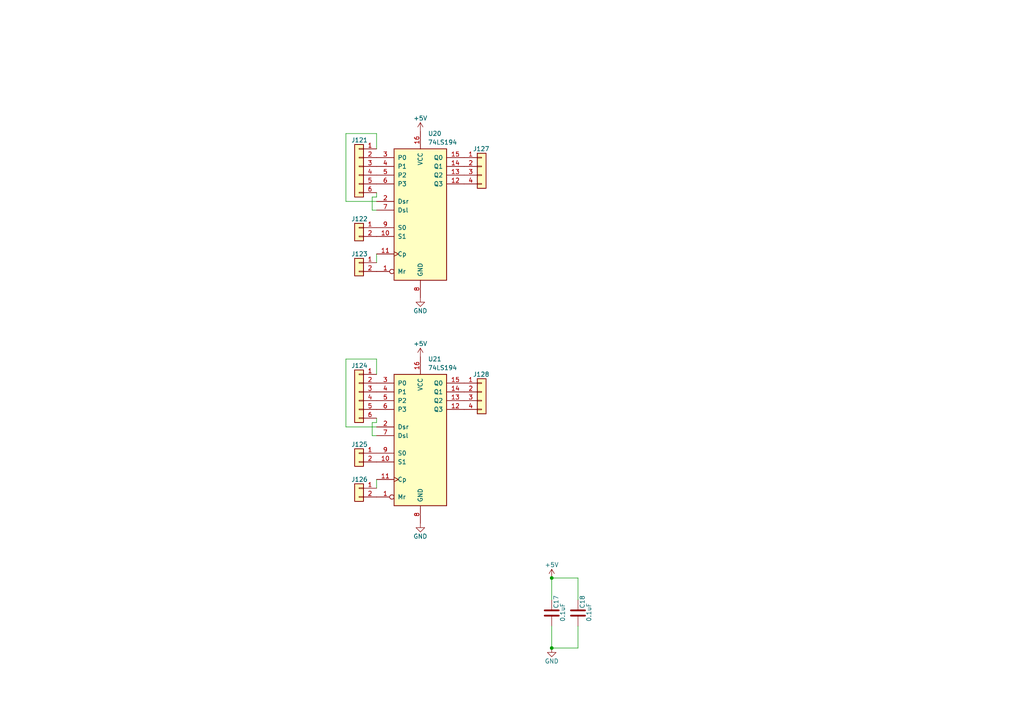
<source format=kicad_sch>
(kicad_sch (version 20231120) (generator "eeschema") (generator_version "8.0")
  (paper "A4")
  (lib_symbols
    (symbol "74xx:74LS194" (pin_names (offset 1.016))
      (property "Reference" "U" (at -7.62 19.05 0))
      (property "Value" "74LS194" (at -7.62 -21.59 0))
      (symbol "74LS194_1_0"
        (pin input inverted (at -12.7 -17.78 0) (length 5.08) (name "Mr") (number "1"))
        (pin input line (at -12.7 -7.62 0) (length 5.08) (name "S1") (number "10"))
        (pin input clock (at -12.7 -12.7 0) (length 5.08) (name "Cp") (number "11"))
        (pin output line (at 12.7 7.62 180) (length 5.08) (name "Q3") (number "12"))
        (pin output line (at 12.7 10.16 180) (length 5.08) (name "Q2") (number "13"))
        (pin output line (at 12.7 12.7 180) (length 5.08) (name "Q1") (number "14"))
        (pin output line (at 12.7 15.24 180) (length 5.08) (name "Q0") (number "15"))
        (pin power_in line (at 0 22.86 270) (length 5.08) (name "VCC") (number "16"))
        (pin input line (at -12.7 2.54 0) (length 5.08) (name "Dsr") (number "2"))
        (pin input line (at -12.7 15.24 0) (length 5.08) (name "P0") (number "3"))
        (pin input line (at -12.7 12.7 0) (length 5.08) (name "P1") (number "4"))
        (pin input line (at -12.7 10.16 0) (length 5.08) (name "P2") (number "5"))
        (pin input line (at -12.7 7.62 0) (length 5.08) (name "P3") (number "6"))
        (pin input line (at -12.7 0 0) (length 5.08) (name "Dsl") (number "7"))
        (pin power_in line (at 0 -25.4 90) (length 5.08) (name "GND") (number "8"))
        (pin input line (at -12.7 -5.08 0) (length 5.08) (name "S0") (number "9"))
      )
      (symbol "74LS194_1_1"
        (rectangle (start -7.62 17.78) (end 7.62 -20.32) (stroke (width 0.254)) (fill (type background)))
      )
    )
    (symbol "Connector_Generic:Conn_01x02" (pin_names (offset 1.016) hide)
      (property "Reference" "J" (at 0 2.54 0))
      (property "Value" "Conn_01x02" (at 0 -5.08 0))
      (symbol "Conn_01x02_1_1"
        (rectangle (start -1.27 -2.413) (end 0 -2.667) (stroke (width 0.1524)))
        (rectangle (start -1.27 0.127) (end 0 -0.127) (stroke (width 0.1524)))
        (rectangle (start -1.27 1.27) (end 1.27 -3.81) (stroke (width 0.254)) (fill (type background)))
        (pin passive line (at -5.08 0 0) (length 3.81) (name "Pin_1") (number "1"))
        (pin passive line (at -5.08 -2.54 0) (length 3.81) (name "Pin_2") (number "2"))
      )
    )
    (symbol "Connector_Generic:Conn_01x04" (pin_names (offset 1.016) hide)
      (property "Reference" "J" (at 0 5.08 0))
      (property "Value" "Conn_01x04" (at 0 -7.62 0))
      (symbol "Conn_01x04_1_1"
        (rectangle (start -1.27 -4.953) (end 0 -5.207) (stroke (width 0.1524)))
        (rectangle (start -1.27 -2.413) (end 0 -2.667) (stroke (width 0.1524)))
        (rectangle (start -1.27 0.127) (end 0 -0.127) (stroke (width 0.1524)))
        (rectangle (start -1.27 2.667) (end 0 2.413) (stroke (width 0.1524)))
        (rectangle (start -1.27 3.81) (end 1.27 -6.35) (stroke (width 0.254)) (fill (type background)))
        (pin passive line (at -5.08 2.54 0) (length 3.81) (name "Pin_1") (number "1"))
        (pin passive line (at -5.08 0 0) (length 3.81) (name "Pin_2") (number "2"))
        (pin passive line (at -5.08 -2.54 0) (length 3.81) (name "Pin_3") (number "3"))
        (pin passive line (at -5.08 -5.08 0) (length 3.81) (name "Pin_4") (number "4"))
      )
    )
    (symbol "Connector_Generic:Conn_01x06" (pin_names (offset 1.016) hide)
      (property "Reference" "J" (at 0 7.62 0))
      (property "Value" "Conn_01x06" (at 0 -10.16 0))
      (symbol "Conn_01x06_1_1"
        (rectangle (start -1.27 -7.493) (end 0 -7.747) (stroke (width 0.1524)))
        (rectangle (start -1.27 -4.953) (end 0 -5.207) (stroke (width 0.1524)))
        (rectangle (start -1.27 -2.413) (end 0 -2.667) (stroke (width 0.1524)))
        (rectangle (start -1.27 0.127) (end 0 -0.127) (stroke (width 0.1524)))
        (rectangle (start -1.27 2.667) (end 0 2.413) (stroke (width 0.1524)))
        (rectangle (start -1.27 5.207) (end 0 4.953) (stroke (width 0.1524)))
        (rectangle (start -1.27 6.35) (end 1.27 -8.89) (stroke (width 0.254)) (fill (type background)))
        (pin passive line (at -5.08 5.08 0) (length 3.81) (name "Pin_1") (number "1"))
        (pin passive line (at -5.08 2.54 0) (length 3.81) (name "Pin_2") (number "2"))
        (pin passive line (at -5.08 0 0) (length 3.81) (name "Pin_3") (number "3"))
        (pin passive line (at -5.08 -2.54 0) (length 3.81) (name "Pin_4") (number "4"))
        (pin passive line (at -5.08 -5.08 0) (length 3.81) (name "Pin_5") (number "5"))
        (pin passive line (at -5.08 -7.62 0) (length 3.81) (name "Pin_6") (number "6"))
      )
    )
    (symbol "Device:C" (pin_numbers hide) (pin_names (offset 0.254))
      (property "Reference" "C" (at 0.635 2.54 0))
      (property "Value" "C" (at 0.635 -2.54 0))
      (symbol "C_0_1"
        (polyline (pts (xy -2.032 -0.762) (xy 2.032 -0.762)) (stroke (width 0.508)))
        (polyline (pts (xy -2.032 0.762) (xy 2.032 0.762)) (stroke (width 0.508)))
      )
      (symbol "C_1_1"
        (pin passive line (at 0 3.81 270) (length 2.794) (name "~") (number "1"))
        (pin passive line (at 0 -3.81 90) (length 2.794) (name "~") (number "2"))
      )
    )
    (symbol "power:+5V" (power) (pin_names (offset 0))
      (property "Value" "+5V" (at 0 3.556 0))
      (symbol "+5V_0_1"
        (polyline (pts (xy -0.762 1.27) (xy 0 2.54)))
        (polyline (pts (xy 0 0) (xy 0 2.54)))
        (polyline (pts (xy 0 2.54) (xy 0.762 1.27)))
      )
      (symbol "+5V_1_1"
        (pin power_in line (at 0 0 90) (length 0) hide (name "+5V") (number "1"))
      )
    )
    (symbol "power:GND" (power) (pin_names (offset 0))
      (property "Value" "GND" (at 0 -3.81 0))
      (symbol "GND_0_1"
        (polyline (pts (xy 0 0) (xy 0 -1.27) (xy 1.27 -1.27) (xy 0 -2.54) (xy -1.27 -1.27) (xy 0 -1.27)))
      )
      (symbol "GND_1_1"
        (pin power_in line (at 0 0 270) (length 0) hide (name "GND") (number "1"))
      )
    )
  )
  (junction (at 160.02 167.64))
  (junction (at 160.02 187.96))
  (wire (pts (xy 109.22 38.735) (xy 109.22 43.18)))
  (wire (pts (xy 107.95 60.96) (xy 107.95 57.15)))
  (wire (pts (xy 109.22 58.42) (xy 100.33 58.42)))
  (wire (pts (xy 160.02 167.64) (xy 167.64 167.64)))
  (wire (pts (xy 160.02 187.96) (xy 167.64 187.96)))
  (wire (pts (xy 100.33 38.735) (xy 109.22 38.735)))
  (wire (pts (xy 100.33 104.14) (xy 109.22 104.14)))
  (wire (pts (xy 109.22 126.365) (xy 107.95 126.365)))
  (wire (pts (xy 109.22 123.825) (xy 100.33 123.825)))
  (wire (pts (xy 160.02 181.61) (xy 160.02 187.96)))
  (wire (pts (xy 100.33 123.825) (xy 100.33 104.14)))
  (wire (pts (xy 107.95 57.15) (xy 109.22 57.15)))
  (wire (pts (xy 109.22 104.14) (xy 109.22 108.585)))
  (wire (pts (xy 107.95 122.555) (xy 109.22 122.555)))
  (wire (pts (xy 109.22 73.66) (xy 109.22 76.2)))
  (wire (pts (xy 109.22 57.15) (xy 109.22 55.88)))
  (wire (pts (xy 109.22 121.285) (xy 109.22 122.555)))
  (wire (pts (xy 167.64 181.61) (xy 167.64 187.96)))
  (wire (pts (xy 100.33 58.42) (xy 100.33 38.735)))
  (wire (pts (xy 109.22 60.96) (xy 107.95 60.96)))
  (wire (pts (xy 109.22 139.065) (xy 109.22 141.605)))
  (wire (pts (xy 167.64 173.99) (xy 167.64 167.64)))
  (wire (pts (xy 160.02 173.99) (xy 160.02 167.64)))
  (wire (pts (xy 107.95 126.365) (xy 107.95 122.555)))
  (symbol (lib_id "power:GND") (at 121.92 86.36 0) (unit 1)
    (property "Reference" "#PWR028" (effects (hide yes)))
    (property "Value" "GND" (at 121.92 90.17 0))
  )
  (symbol (lib_id "power:+5V") (at 160.02 167.64 0) (unit 1)
    (property "Reference" "#PWR031" (effects (hide yes)))
    (property "Value" "+5V" (at 160.02 163.83 0))
  )
  (symbol (lib_id "power:+5V") (at 121.92 38.1 0) (unit 1)
    (property "Reference" "#PWR027" (effects (hide yes)))
    (property "Value" "+5V" (at 121.92 34.29 0))
  )
  (symbol (lib_id "power:+5V") (at 121.92 103.505 0) (unit 1)
    (property "Reference" "#PWR029" (effects (hide yes)))
    (property "Value" "+5V" (at 121.92 99.695 0))
  )
  (symbol (lib_id "74xx:74LS194") (at 121.92 60.96 0) (unit 1)
    (property "Reference" "U20" (at 124.1141 38.735 0) (effects (justify left)))
    (property "Value" "74LS194" (at 124.1141 41.275 0) (effects (justify left)))
    (property "Footprint" "Package_SO:SOIC-16_3.9x9.9mm_P1.27mm" (effects (hide yes)))
    (property "Datasheet" "http://www.ti.com/lit/gpn/sn74LS194" (effects (hide yes)))
  )
  (symbol (lib_id "Connector_Generic:Conn_01x04") (at 139.7 113.665 0) (unit 1)
    (property "Reference" "J128" (at 137.16 108.585 0) (effects (justify left)))
    (property "Value" "Conn_01x04" (effects (hide yes)))
    (property "Footprint" "Connector_PinSocket_2.54mm:PinSocket_1x04_P2.54mm_Vertical" (effects (hide yes)))
  )
  (symbol (lib_id "Device:C") (at 167.64 177.8 0) (unit 1)
    (property "Reference" "C18" (at 168.91 176.53 90) (effects (justify left)))
    (property "Value" "0.1uF" (at 170.815 180.34 90) (effects (justify left)))
    (property "Footprint" "Capacitor_SMD:C_0805_2012Metric_Pad1.18x1.45mm_HandSolder" (effects (hide yes)))
  )
  (symbol (lib_id "Connector_Generic:Conn_01x02") (at 104.14 131.445 0) (mirror y) (unit 1)
    (property "Reference" "J125" (at 106.68 128.905 0) (effects (justify left)))
    (property "Value" "Conn_01x02" (effects (hide yes)))
    (property "Footprint" "Connector_PinSocket_2.54mm:PinSocket_1x02_P2.54mm_Vertical" (effects (hide yes)))
  )
  (symbol (lib_id "power:GND") (at 121.92 151.765 0) (unit 1)
    (property "Reference" "#PWR030" (effects (hide yes)))
    (property "Value" "GND" (at 121.92 155.575 0))
  )
  (symbol (lib_id "Device:C") (at 160.02 177.8 0) (unit 1)
    (property "Reference" "C17" (at 161.29 176.53 90) (effects (justify left)))
    (property "Value" "0.1uF" (at 163.195 180.34 90) (effects (justify left)))
    (property "Footprint" "Capacitor_SMD:C_0805_2012Metric_Pad1.18x1.45mm_HandSolder" (effects (hide yes)))
  )
  (symbol (lib_id "Connector_Generic:Conn_01x02") (at 104.14 141.605 0) (mirror y) (unit 1)
    (property "Reference" "J126" (at 106.68 139.065 0) (effects (justify left)))
    (property "Value" "Conn_01x02" (effects (hide yes)))
    (property "Footprint" "Connector_PinSocket_2.54mm:PinSocket_1x02_P2.54mm_Vertical" (effects (hide yes)))
  )
  (symbol (lib_id "74xx:74LS194") (at 121.92 126.365 0) (unit 1)
    (property "Reference" "U21" (at 124.1141 104.14 0) (effects (justify left)))
    (property "Value" "74LS194" (at 124.1141 106.68 0) (effects (justify left)))
    (property "Footprint" "Package_SO:SOIC-16_3.9x9.9mm_P1.27mm" (effects (hide yes)))
    (property "Datasheet" "http://www.ti.com/lit/gpn/sn74LS194" (effects (hide yes)))
  )
  (symbol (lib_id "Connector_Generic:Conn_01x06") (at 104.14 113.665 0) (mirror y) (unit 1)
    (property "Reference" "J124" (at 106.68 106.045 0) (effects (justify left)))
    (property "Value" "Conn_01x06" (effects (hide yes)))
    (property "Footprint" "Connector_PinSocket_2.54mm:PinSocket_1x06_P2.54mm_Vertical" (effects (hide yes)))
  )
  (symbol (lib_id "Connector_Generic:Conn_01x02") (at 104.14 66.04 0) (mirror y) (unit 1)
    (property "Reference" "J122" (at 106.68 63.5 0) (effects (justify left)))
    (property "Value" "Conn_01x02" (effects (hide yes)))
    (property "Footprint" "Connector_PinSocket_2.54mm:PinSocket_1x02_P2.54mm_Vertical" (effects (hide yes)))
  )
  (symbol (lib_id "Connector_Generic:Conn_01x02") (at 104.14 76.2 0) (mirror y) (unit 1)
    (property "Reference" "J123" (at 106.68 73.66 0) (effects (justify left)))
    (property "Value" "Conn_01x02" (effects (hide yes)))
    (property "Footprint" "Connector_PinSocket_2.54mm:PinSocket_1x02_P2.54mm_Vertical" (effects (hide yes)))
  )
  (symbol (lib_id "Connector_Generic:Conn_01x06") (at 104.14 48.26 0) (mirror y) (unit 1)
    (property "Reference" "J121" (at 106.68 40.64 0) (effects (justify left)))
    (property "Value" "Conn_01x06" (effects (hide yes)))
    (property "Footprint" "Connector_PinSocket_2.54mm:PinSocket_1x06_P2.54mm_Vertical" (effects (hide yes)))
  )
  (symbol (lib_id "power:GND") (at 160.02 187.96 0) (unit 1)
    (property "Reference" "#PWR032" (effects (hide yes)))
    (property "Value" "GND" (at 160.02 191.77 0))
  )
  (symbol (lib_id "Connector_Generic:Conn_01x04") (at 139.7 48.26 0) (unit 1)
    (property "Reference" "J127" (at 137.16 43.18 0) (effects (justify left)))
    (property "Value" "Conn_01x04" (effects (hide yes)))
    (property "Footprint" "Connector_PinSocket_2.54mm:PinSocket_1x04_P2.54mm_Vertical" (effects (hide yes)))
  )
)
</source>
